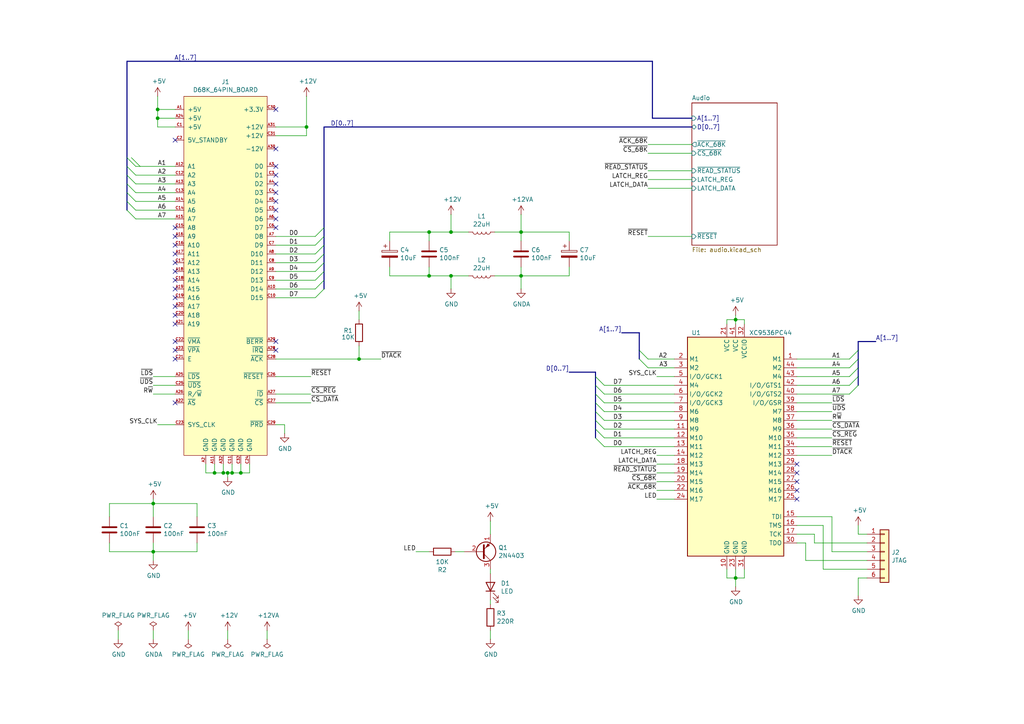
<source format=kicad_sch>
(kicad_sch (version 20231120) (generator "eeschema") (generator_version "8.0")
  (paper "A4")
  (title_block (title "Y Ddraig YM2151 and MSM6258 audio card") (rev "1"))
  (lib_symbols
    (symbol "Connector_Generic:Conn_01x06" (pin_names (offset 1.016) hide)
      (property "Reference" "J" (at 0 7.62 0))
      (property "Value" "Conn_01x06" (at 0 -10.16 0))
      (symbol "Conn_01x06_1_1"
        (rectangle (start -1.27 -7.493) (end 0 -7.747) (stroke (width 0.1524)))
        (rectangle (start -1.27 -4.953) (end 0 -5.207) (stroke (width 0.1524)))
        (rectangle (start -1.27 -2.413) (end 0 -2.667) (stroke (width 0.1524)))
        (rectangle (start -1.27 0.127) (end 0 -0.127) (stroke (width 0.1524)))
        (rectangle (start -1.27 2.667) (end 0 2.413) (stroke (width 0.1524)))
        (rectangle (start -1.27 5.207) (end 0 4.953) (stroke (width 0.1524)))
        (rectangle (start -1.27 6.35) (end 1.27 -8.89) (stroke (width 0.254)) (fill (type background)))
        (pin passive line (at -5.08 5.08 0) (length 3.81) (name "Pin_1") (number "1"))
        (pin passive line (at -5.08 2.54 0) (length 3.81) (name "Pin_2") (number "2"))
        (pin passive line (at -5.08 0 0) (length 3.81) (name "Pin_3") (number "3"))
        (pin passive line (at -5.08 -2.54 0) (length 3.81) (name "Pin_4") (number "4"))
        (pin passive line (at -5.08 -5.08 0) (length 3.81) (name "Pin_5") (number "5"))
        (pin passive line (at -5.08 -7.62 0) (length 3.81) (name "Pin_6") (number "6"))
      )
    )
    (symbol "Ddraig:D68K_64PIN_BOARD" (pin_names (offset 1.016))
      (property "Reference" "J" (at -11.43 53.34 0))
      (property "Value" "D68K_64PIN_BOARD" (at -2.54 50.8 0))
      (symbol "D68K_64PIN_BOARD_0_1"
        (rectangle (start -12.7 48.26) (end 11.43 -55.88) (fill (type background)))
      )
      (symbol "D68K_64PIN_BOARD_1_1"
        (pin power_in line (at -15.24 44.45 0) (length 2.54) (name "+5V") (number "A1"))
        (pin bidirectional line (at 13.97 -7.62 180) (length 2.54) (name "D14") (number "A10"))
        (pin power_in line (at -3.81 -58.42 90) (length 2.54) (name "GND") (number "A11"))
        (pin output line (at -15.24 27.94 0) (length 2.54) (name "A1") (number "A12"))
        (pin output line (at -15.24 22.86 0) (length 2.54) (name "A3") (number "A13"))
        (pin output line (at -15.24 17.78 0) (length 2.54) (name "A5") (number "A14"))
        (pin output line (at -15.24 12.7 0) (length 2.54) (name "A7") (number "A15"))
        (pin output line (at -15.24 7.62 0) (length 2.54) (name "A9") (number "A16"))
        (pin output line (at -15.24 2.54 0) (length 2.54) (name "A11") (number "A17"))
        (pin output line (at -15.24 -2.54 0) (length 2.54) (name "A13") (number "A18"))
        (pin output line (at -15.24 -7.62 0) (length 2.54) (name "A15") (number "A19"))
        (pin power_in line (at -6.35 -58.42 90) (length 2.54) (name "GND") (number "A2"))
        (pin output line (at -15.24 -12.7 0) (length 2.54) (name "A17") (number "A20"))
        (pin output line (at -15.24 -17.78 0) (length 2.54) (name "A19") (number "A21"))
        (pin output line (at -15.24 -40.64 0) (length 2.54) (name "~{AS}") (number "A22"))
        (pin output line (at -15.24 -25.4 0) (length 2.54) (name "~{VPA}") (number "A23"))
        (pin power_in line (at -15.24 41.91 0) (length 2.54) (name "+5V") (number "A24"))
        (pin output line (at -15.24 -33.02 0) (length 2.54) (name "~{LDS}") (number "A25"))
        (pin output line (at -15.24 -38.1 0) (length 2.54) (name "R/~{W}") (number "A26"))
        (pin output line (at 13.97 -38.1 180) (length 2.54) (name "~{ID}") (number "A27"))
        (pin input line (at 13.97 -25.4 180) (length 2.54) (name "~{IRQ}") (number "A28"))
        (pin input line (at 13.97 -22.86 180) (length 2.54) (name "~{BERR}") (number "A29"))
        (pin bidirectional line (at 13.97 27.94 180) (length 2.54) (name "D0") (number "A3"))
        (pin power_in line (at 13.97 33.02 180) (length 2.54) (name "-12V") (number "A30"))
        (pin power_in line (at 13.97 39.37 180) (length 2.54) (name "+12V") (number "A31"))
        (pin power_in line (at -1.27 -58.42 90) (length 2.54) (name "GND") (number "A32"))
        (pin bidirectional line (at 13.97 22.86 180) (length 2.54) (name "D2") (number "A4"))
        (pin bidirectional line (at 13.97 17.78 180) (length 2.54) (name "D4") (number "A5"))
        (pin bidirectional line (at 13.97 12.7 180) (length 2.54) (name "D6") (number "A6"))
        (pin bidirectional line (at 13.97 7.62 180) (length 2.54) (name "D8") (number "A7"))
        (pin bidirectional line (at 13.97 2.54 180) (length 2.54) (name "D10") (number "A8"))
        (pin bidirectional line (at 13.97 -2.54 180) (length 2.54) (name "D12") (number "A9"))
        (pin power_in line (at -15.24 39.37 0) (length 2.54) (name "+5V") (number "C1"))
        (pin bidirectional line (at 13.97 -10.16 180) (length 2.54) (name "D15") (number "C10"))
        (pin power_in line (at 1.27 -58.42 90) (length 2.54) (name "GND") (number "C11"))
        (pin output line (at -15.24 25.4 0) (length 2.54) (name "A2") (number "C12"))
        (pin output line (at -15.24 20.32 0) (length 2.54) (name "A4") (number "C13"))
        (pin output line (at -15.24 15.24 0) (length 2.54) (name "A6") (number "C14"))
        (pin output line (at -15.24 10.16 0) (length 2.54) (name "A8") (number "C15"))
        (pin output line (at -15.24 5.08 0) (length 2.54) (name "A10") (number "C16"))
        (pin output line (at -15.24 0 0) (length 2.54) (name "A12") (number "C17"))
        (pin output line (at -15.24 -5.08 0) (length 2.54) (name "A14") (number "C18"))
        (pin output line (at -15.24 -10.16 0) (length 2.54) (name "A16") (number "C19"))
        (pin power_in line (at -15.24 35.56 0) (length 2.54) (name "5V_STANDBY") (number "C2"))
        (pin output line (at -15.24 -15.24 0) (length 2.54) (name "A18") (number "C20"))
        (pin output line (at -15.24 -27.94 0) (length 2.54) (name "E") (number "C21"))
        (pin output line (at -15.24 -22.86 0) (length 2.54) (name "~{VMA}") (number "C22"))
        (pin output line (at -15.24 -46.99 0) (length 2.54) (name "SYS_CLK") (number "C23"))
        (pin power_in line (at 6.35 -58.42 90) (length 2.54) (name "GND") (number "C24"))
        (pin output line (at -15.24 -35.56 0) (length 2.54) (name "~{UDS}") (number "C25"))
        (pin output line (at 13.97 -33.02 180) (length 2.54) (name "~{RESET}") (number "C26"))
        (pin output line (at 13.97 -40.64 180) (length 2.54) (name "~{CS}") (number "C27"))
        (pin input line (at 13.97 -27.94 180) (length 2.54) (name "~{ACK}") (number "C28"))
        (pin passive line (at 13.97 -46.99 180) (length 2.54) (name "~{PRD}") (number "C29"))
        (pin bidirectional line (at 13.97 25.4 180) (length 2.54) (name "D1") (number "C3"))
        (pin power_in line (at 13.97 44.45 180) (length 2.54) (name "+3.3V") (number "C30"))
        (pin power_in line (at 13.97 36.83 180) (length 2.54) (name "+12V") (number "C31"))
        (pin power_in line (at 3.81 -58.42 90) (length 2.54) (name "GND") (number "C32"))
        (pin bidirectional line (at 13.97 20.32 180) (length 2.54) (name "D3") (number "C4"))
        (pin bidirectional line (at 13.97 15.24 180) (length 2.54) (name "D5") (number "C5"))
        (pin bidirectional line (at 13.97 10.16 180) (length 2.54) (name "D7") (number "C6"))
        (pin bidirectional line (at 13.97 5.08 180) (length 2.54) (name "D9") (number "C7"))
        (pin bidirectional line (at 13.97 0 180) (length 2.54) (name "D11") (number "C8"))
        (pin bidirectional line (at 13.97 -5.08 180) (length 2.54) (name "D13") (number "C9"))
      )
    )
    (symbol "Ddraig:XC9536PC44"
      (property "Reference" "U" (at -13.97 33.02 0))
      (property "Value" "XC9536PC44" (at -13.97 -33.02 0))
      (symbol "XC9536PC44_1_1"
        (rectangle (start -13.97 31.75) (end 13.97 -31.75) (stroke (width 0.254)) (fill (type background)))
        (pin bidirectional line (at 17.78 25.4 180) (length 3.81) (name "M1") (number "1"))
        (pin power_in line (at -2.54 -35.56 90) (length 3.81) (name "GND") (number "10"))
        (pin bidirectional line (at -17.78 5.08 0) (length 3.81) (name "M9") (number "11"))
        (pin bidirectional line (at -17.78 2.54 0) (length 3.81) (name "M10") (number "12"))
        (pin bidirectional line (at -17.78 0 0) (length 3.81) (name "M11") (number "13"))
        (pin bidirectional line (at -17.78 -2.54 0) (length 3.81) (name "M12") (number "14"))
        (pin input line (at 17.78 -20.32 180) (length 3.81) (name "TDI") (number "15"))
        (pin input line (at 17.78 -22.86 180) (length 3.81) (name "TMS") (number "16"))
        (pin input line (at 17.78 -25.4 180) (length 3.81) (name "TCK") (number "17"))
        (pin bidirectional line (at -17.78 -5.08 0) (length 3.81) (name "M13") (number "18"))
        (pin bidirectional line (at -17.78 -7.62 0) (length 3.81) (name "M14") (number "19"))
        (pin bidirectional line (at -17.78 25.4 0) (length 3.81) (name "M1") (number "2"))
        (pin bidirectional line (at -17.78 -10.16 0) (length 3.81) (name "M15") (number "20"))
        (pin power_in line (at -2.54 35.56 270) (length 3.81) (name "VCC") (number "21"))
        (pin bidirectional line (at -17.78 -12.7 0) (length 3.81) (name "M16") (number "22"))
        (pin power_in line (at 0 -35.56 90) (length 3.81) (name "GND") (number "23"))
        (pin bidirectional line (at -17.78 -15.24 0) (length 3.81) (name "M17") (number "24"))
        (pin bidirectional line (at 17.78 -15.24 180) (length 3.81) (name "M17") (number "25"))
        (pin bidirectional line (at 17.78 -12.7 180) (length 3.81) (name "M16") (number "26"))
        (pin bidirectional line (at 17.78 -10.16 180) (length 3.81) (name "M15") (number "27"))
        (pin bidirectional line (at 17.78 -7.62 180) (length 3.81) (name "M14") (number "28"))
        (pin bidirectional line (at 17.78 -5.08 180) (length 3.81) (name "M13") (number "29"))
        (pin bidirectional line (at -17.78 22.86 0) (length 3.81) (name "M2") (number "3"))
        (pin output line (at 17.78 -27.94 180) (length 3.81) (name "TDO") (number "30"))
        (pin power_in line (at 2.54 -35.56 90) (length 3.81) (name "GND") (number "31"))
        (pin power_in line (at 2.54 35.56 270) (length 3.81) (name "VCCIO") (number "32"))
        (pin bidirectional line (at 17.78 -2.54 180) (length 3.81) (name "M12") (number "33"))
        (pin bidirectional line (at 17.78 0 180) (length 3.81) (name "M11") (number "34"))
        (pin bidirectional line (at 17.78 2.54 180) (length 3.81) (name "M10") (number "35"))
        (pin bidirectional line (at 17.78 5.08 180) (length 3.81) (name "M9") (number "36"))
        (pin bidirectional line (at 17.78 7.62 180) (length 3.81) (name "M8") (number "37"))
        (pin bidirectional line (at 17.78 10.16 180) (length 3.81) (name "M7") (number "38"))
        (pin bidirectional line (at 17.78 12.7 180) (length 3.81) (name "I/O/GSR") (number "39"))
        (pin bidirectional line (at -17.78 17.78 0) (length 3.81) (name "M4") (number "4"))
        (pin bidirectional line (at 17.78 15.24 180) (length 3.81) (name "I/O/GTS2") (number "40"))
        (pin power_in line (at 0 35.56 270) (length 3.81) (name "VCC") (number "41"))
        (pin bidirectional line (at 17.78 17.78 180) (length 3.81) (name "I/O/GTS1") (number "42"))
        (pin bidirectional line (at 17.78 20.32 180) (length 3.81) (name "M4") (number "43"))
        (pin bidirectional line (at 17.78 22.86 180) (length 3.81) (name "M2") (number "44"))
        (pin bidirectional line (at -17.78 20.32 0) (length 3.81) (name "I/O/GCK1") (number "5"))
        (pin bidirectional line (at -17.78 15.24 0) (length 3.81) (name "I/O/GCK2") (number "6"))
        (pin bidirectional line (at -17.78 12.7 0) (length 3.81) (name "I/O/GCK3") (number "7"))
        (pin bidirectional line (at -17.78 10.16 0) (length 3.81) (name "M6") (number "8"))
        (pin bidirectional line (at -17.78 7.62 0) (length 3.81) (name "M8") (number "9"))
      )
    )
    (symbol "Device:C" (pin_numbers hide) (pin_names (offset 0.254))
      (property "Reference" "C" (at 0.635 2.54 0))
      (property "Value" "C" (at 0.635 -2.54 0))
      (symbol "C_0_1"
        (polyline (pts (xy -2.032 -0.762) (xy 2.032 -0.762)) (stroke (width 0.508)))
        (polyline (pts (xy -2.032 0.762) (xy 2.032 0.762)) (stroke (width 0.508)))
      )
      (symbol "C_1_1"
        (pin passive line (at 0 3.81 270) (length 2.794) (name "~") (number "1"))
        (pin passive line (at 0 -3.81 90) (length 2.794) (name "~") (number "2"))
      )
    )
    (symbol "Device:C_Polarized" (pin_numbers hide) (pin_names (offset 0.254))
      (property "Reference" "C" (at 0.635 2.54 0))
      (property "Value" "C_Polarized" (at 0.635 -2.54 0))
      (symbol "C_Polarized_0_1"
        (rectangle (start -2.286 0.508) (end 2.286 1.016))
        (polyline (pts (xy -1.778 2.286) (xy -0.762 2.286)))
        (polyline (pts (xy -1.27 2.794) (xy -1.27 1.778)))
        (rectangle (start 2.286 -0.508) (end -2.286 -1.016) (fill (type outline)))
      )
      (symbol "C_Polarized_1_1"
        (pin passive line (at 0 3.81 270) (length 2.794) (name "~") (number "1"))
        (pin passive line (at 0 -3.81 90) (length 2.794) (name "~") (number "2"))
      )
    )
    (symbol "Device:L" (pin_numbers hide) (pin_names (offset 1.016) hide)
      (property "Reference" "L" (at -1.27 0 90))
      (property "Value" "L" (at 1.905 0 90))
      (symbol "L_0_1"
        (arc (start 0 -2.54) (mid 0.6323 -1.905) (end 0 -1.27))
        (arc (start 0 -1.27) (mid 0.6323 -0.635) (end 0 0))
        (arc (start 0 0) (mid 0.6323 0.635) (end 0 1.27))
        (arc (start 0 1.27) (mid 0.6323 1.905) (end 0 2.54))
      )
      (symbol "L_1_1"
        (pin passive line (at 0 3.81 270) (length 1.27) (name "1") (number "1"))
        (pin passive line (at 0 -3.81 90) (length 1.27) (name "2") (number "2"))
      )
    )
    (symbol "Device:LED" (pin_numbers hide) (pin_names (offset 1.016) hide)
      (property "Reference" "D" (at 0 2.54 0))
      (property "Value" "LED" (at 0 -2.54 0))
      (symbol "LED_0_1"
        (polyline (pts (xy -1.27 -1.27) (xy -1.27 1.27)) (stroke (width 0.254)))
        (polyline (pts (xy -1.27 0) (xy 1.27 0)))
        (polyline (pts (xy 1.27 -1.27) (xy 1.27 1.27) (xy -1.27 0) (xy 1.27 -1.27)) (stroke (width 0.254)))
        (polyline (pts (xy -3.048 -0.762) (xy -4.572 -2.286) (xy -3.81 -2.286) (xy -4.572 -2.286) (xy -4.572 -1.524)))
        (polyline (pts (xy -1.778 -0.762) (xy -3.302 -2.286) (xy -2.54 -2.286) (xy -3.302 -2.286) (xy -3.302 -1.524)))
      )
      (symbol "LED_1_1"
        (pin passive line (at -3.81 0 0) (length 2.54) (name "K") (number "1"))
        (pin passive line (at 3.81 0 180) (length 2.54) (name "A") (number "2"))
      )
    )
    (symbol "Device:Q_PNP_EBC" (pin_names (offset 0) hide)
      (property "Reference" "Q" (at 5.08 1.27 0))
      (property "Value" "Q_PNP_EBC" (at 5.08 -1.27 0))
      (symbol "Q_PNP_EBC_0_1"
        (polyline (pts (xy 0.635 0.635) (xy 2.54 2.54)))
        (polyline (pts (xy 0.635 -0.635) (xy 2.54 -2.54) (xy 2.54 -2.54)))
        (polyline (pts (xy 0.635 1.905) (xy 0.635 -1.905) (xy 0.635 -1.905)) (stroke (width 0.508)))
        (polyline (pts (xy 2.286 -1.778) (xy 1.778 -2.286) (xy 1.27 -1.27) (xy 2.286 -1.778) (xy 2.286 -1.778)) (fill (type outline)))
        (circle (center 1.27 0) (radius 2.8194) (stroke (width 0.254)))
      )
      (symbol "Q_PNP_EBC_1_1"
        (pin passive line (at 2.54 -5.08 90) (length 2.54) (name "E") (number "1"))
        (pin input line (at -5.08 0 0) (length 5.715) (name "B") (number "2"))
        (pin passive line (at 2.54 5.08 270) (length 2.54) (name "C") (number "3"))
      )
    )
    (symbol "Device:R" (pin_numbers hide) (pin_names (offset 0))
      (property "Reference" "R" (at 2.032 0 90))
      (property "Value" "R" (at 0 0 90))
      (symbol "R_0_1"
        (rectangle (start -1.016 -2.54) (end 1.016 2.54) (stroke (width 0.254)))
      )
      (symbol "R_1_1"
        (pin passive line (at 0 3.81 270) (length 1.27) (name "~") (number "1"))
        (pin passive line (at 0 -3.81 90) (length 1.27) (name "~") (number "2"))
      )
    )
    (symbol "power:+12V" (power) (pin_numbers hide) (pin_names (offset 0) hide)
      (property "Value" "+12V" (at 0 3.556 0))
      (symbol "+12V_0_1"
        (polyline (pts (xy -0.762 1.27) (xy 0 2.54)))
        (polyline (pts (xy 0 0) (xy 0 2.54)))
        (polyline (pts (xy 0 2.54) (xy 0.762 1.27)))
      )
      (symbol "+12V_1_1"
        (pin power_in line (at 0 0 90) (length 0) (name "~") (number "1"))
      )
    )
    (symbol "power:+12VA" (power) (pin_numbers hide) (pin_names (offset 0) hide)
      (property "Value" "+12VA" (at 0 3.556 0))
      (symbol "+12VA_0_1"
        (polyline (pts (xy -0.762 1.27) (xy 0 2.54)))
        (polyline (pts (xy 0 0) (xy 0 2.54)))
        (polyline (pts (xy 0 2.54) (xy 0.762 1.27)))
      )
      (symbol "+12VA_1_1"
        (pin power_in line (at 0 0 90) (length 0) (name "~") (number "1"))
      )
    )
    (symbol "power:+5V" (power) (pin_numbers hide) (pin_names (offset 0) hide)
      (property "Value" "+5V" (at 0 3.556 0))
      (symbol "+5V_0_1"
        (polyline (pts (xy -0.762 1.27) (xy 0 2.54)))
        (polyline (pts (xy 0 0) (xy 0 2.54)))
        (polyline (pts (xy 0 2.54) (xy 0.762 1.27)))
      )
      (symbol "+5V_1_1"
        (pin power_in line (at 0 0 90) (length 0) (name "~") (number "1"))
      )
    )
    (symbol "power:GND" (power) (pin_numbers hide) (pin_names (offset 0) hide)
      (property "Value" "GND" (at 0 -3.81 0))
      (symbol "GND_0_1"
        (polyline (pts (xy 0 0) (xy 0 -1.27) (xy 1.27 -1.27) (xy 0 -2.54) (xy -1.27 -1.27) (xy 0 -1.27)))
      )
      (symbol "GND_1_1"
        (pin power_in line (at 0 0 270) (length 0) (name "~") (number "1"))
      )
    )
    (symbol "power:GNDA" (power) (pin_numbers hide) (pin_names (offset 0) hide)
      (property "Value" "GNDA" (at 0 -3.81 0))
      (symbol "GNDA_0_1"
        (polyline (pts (xy 0 0) (xy 0 -1.27) (xy 1.27 -1.27) (xy 0 -2.54) (xy -1.27 -1.27) (xy 0 -1.27)))
      )
      (symbol "GNDA_1_1"
        (pin power_in line (at 0 0 270) (length 0) (name "~") (number "1"))
      )
    )
    (symbol "power:PWR_FLAG" (power) (pin_numbers hide) (pin_names (offset 0) hide)
      (property "Value" "PWR_FLAG" (at 0 3.81 0))
      (symbol "PWR_FLAG_0_0"
        (pin power_out line (at 0 0 90) (length 0) (name "~") (number "1"))
      )
      (symbol "PWR_FLAG_0_1"
        (polyline (pts (xy 0 0) (xy 0 1.27) (xy -1.016 1.905) (xy 0 2.54) (xy 1.016 1.905) (xy 0 1.27)))
      )
    )
  )
  (junction (at 124.46 80.01))
  (junction (at 130.81 67.31))
  (junction (at 130.81 80.01))
  (junction (at 44.45 146.05))
  (junction (at 151.13 67.31))
  (junction (at 66.04 137.16))
  (junction (at 151.13 80.01))
  (junction (at 88.9 36.83))
  (junction (at 67.31 137.16))
  (junction (at 124.46 67.31))
  (junction (at 104.14 104.14))
  (junction (at 45.72 31.75))
  (junction (at 213.36 92.71))
  (junction (at 69.85 137.16))
  (junction (at 213.36 167.64))
  (junction (at 64.77 137.16))
  (junction (at 45.72 34.29))
  (junction (at 44.45 160.02))
  (junction (at 62.23 137.16))
  (no_connect (at 50.8 71.12))
  (no_connect (at 80.01 63.5))
  (no_connect (at 50.8 93.98))
  (no_connect (at 80.01 43.18))
  (no_connect (at 80.01 60.96))
  (no_connect (at 231.14 134.62))
  (no_connect (at 80.01 55.88))
  (no_connect (at 231.14 144.78))
  (no_connect (at 50.8 88.9))
  (no_connect (at 80.01 66.04))
  (no_connect (at 50.8 83.82))
  (no_connect (at 231.14 142.24))
  (no_connect (at 50.8 68.58))
  (no_connect (at 50.8 76.2))
  (no_connect (at 50.8 116.84))
  (no_connect (at 80.01 53.34))
  (no_connect (at 50.8 81.28))
  (no_connect (at 80.01 58.42))
  (no_connect (at 50.8 91.44))
  (no_connect (at 50.8 101.6))
  (no_connect (at 50.8 78.74))
  (no_connect (at 50.8 66.04))
  (no_connect (at 231.14 139.7))
  (no_connect (at 50.8 104.14))
  (no_connect (at 50.8 99.06))
  (no_connect (at 80.01 48.26))
  (no_connect (at 80.01 50.8))
  (no_connect (at 80.01 99.06))
  (no_connect (at 50.8 86.36))
  (no_connect (at 80.01 31.75))
  (no_connect (at 50.8 73.66))
  (no_connect (at 231.14 137.16))
  (no_connect (at 80.01 101.6))
  (no_connect (at 50.8 40.64))
  (bus_entry (at 248.92 111.76) (size -2.54 2.54))
  (bus_entry (at 38.1 45.72) (size 2.54 2.54))
  (bus_entry (at 172.72 111.76) (size 2.54 2.54))
  (bus_entry (at 36.83 58.42) (size 2.54 2.54))
  (bus_entry (at 93.98 66.04) (size -2.54 2.54))
  (bus_entry (at 185.42 101.6) (size 2.54 2.54))
  (bus_entry (at 172.72 109.22) (size 2.54 2.54))
  (bus_entry (at 93.98 68.58) (size -2.54 2.54))
  (bus_entry (at 93.98 78.74) (size -2.54 2.54))
  (bus_entry (at 36.83 53.34) (size 2.54 2.54))
  (bus_entry (at 36.83 45.72) (size 2.54 2.54))
  (bus_entry (at 172.72 124.46) (size 2.54 2.54))
  (bus_entry (at 172.72 119.38) (size 2.54 2.54))
  (bus_entry (at 185.42 104.14) (size 2.54 2.54))
  (bus_entry (at 93.98 81.28) (size -2.54 2.54))
  (bus_entry (at 172.72 114.3) (size 2.54 2.54))
  (bus_entry (at 36.83 55.88) (size 2.54 2.54))
  (bus_entry (at 36.83 50.8) (size 2.54 2.54))
  (bus_entry (at 93.98 83.82) (size -2.54 2.54))
  (bus_entry (at 36.83 60.96) (size 2.54 2.54))
  (bus_entry (at 248.92 106.68) (size -2.54 2.54))
  (bus_entry (at 248.92 104.14) (size -2.54 2.54))
  (bus_entry (at 248.92 101.6) (size -2.54 2.54))
  (bus_entry (at 36.83 48.26) (size 2.54 2.54))
  (bus_entry (at 248.92 109.22) (size -2.54 2.54))
  (bus_entry (at 93.98 76.2) (size -2.54 2.54))
  (bus_entry (at 172.72 116.84) (size 2.54 2.54))
  (bus_entry (at 93.98 71.12) (size -2.54 2.54))
  (bus_entry (at 172.72 127) (size 2.54 2.54))
  (bus_entry (at 172.72 121.92) (size 2.54 2.54))
  (bus_entry (at 93.98 73.66) (size -2.54 2.54))
  (wire (pts (xy 233.68 162.56) (xy 251.46 162.56)))
  (wire (pts (xy 90.17 114.3) (xy 80.01 114.3)))
  (wire (pts (xy 39.37 53.34) (xy 50.8 53.34)))
  (wire (pts (xy 215.9 92.71) (xy 215.9 93.98)))
  (bus (pts (xy 36.83 17.78) (xy 36.83 45.72)))
  (wire (pts (xy 80.01 109.22) (xy 90.17 109.22)))
  (wire (pts (xy 66.04 138.43) (xy 66.04 137.16)))
  (wire (pts (xy 190.5 142.24) (xy 195.58 142.24)))
  (wire (pts (xy 151.13 80.01) (xy 165.1 80.01)))
  (bus (pts (xy 248.92 109.22) (xy 248.92 106.68)))
  (wire (pts (xy 195.58 127) (xy 175.26 127)))
  (wire (pts (xy 251.46 157.48) (xy 236.22 157.48)))
  (wire (pts (xy 31.75 160.02) (xy 44.45 160.02)))
  (wire (pts (xy 39.37 58.42) (xy 50.8 58.42)))
  (wire (pts (xy 104.14 104.14) (xy 110.49 104.14)))
  (wire (pts (xy 120.65 160.02) (xy 124.46 160.02)))
  (wire (pts (xy 124.46 80.01) (xy 130.81 80.01)))
  (wire (pts (xy 233.68 157.48) (xy 231.14 157.48)))
  (wire (pts (xy 195.58 124.46) (xy 175.26 124.46)))
  (wire (pts (xy 210.82 167.64) (xy 213.36 167.64)))
  (wire (pts (xy 88.9 36.83) (xy 88.9 27.94)))
  (wire (pts (xy 44.45 160.02) (xy 44.45 162.56)))
  (wire (pts (xy 50.8 34.29) (xy 45.72 34.29)))
  (wire (pts (xy 69.85 134.62) (xy 69.85 137.16)))
  (wire (pts (xy 130.81 83.82) (xy 130.81 80.01)))
  (wire (pts (xy 45.72 31.75) (xy 45.72 27.94)))
  (wire (pts (xy 130.81 67.31) (xy 124.46 67.31)))
  (wire (pts (xy 200.66 41.91) (xy 187.96 41.91)))
  (wire (pts (xy 80.01 73.66) (xy 91.44 73.66)))
  (bus (pts (xy 248.92 104.14) (xy 248.92 101.6)))
  (wire (pts (xy 248.92 154.94) (xy 251.46 154.94)))
  (wire (pts (xy 195.58 119.38) (xy 175.26 119.38)))
  (wire (pts (xy 200.66 68.58) (xy 187.96 68.58)))
  (bus (pts (xy 172.72 111.76) (xy 172.72 114.3)))
  (wire (pts (xy 31.75 160.02) (xy 31.75 157.48)))
  (wire (pts (xy 231.14 106.68) (xy 246.38 106.68)))
  (wire (pts (xy 231.14 109.22) (xy 246.38 109.22)))
  (wire (pts (xy 67.31 137.16) (xy 69.85 137.16)))
  (wire (pts (xy 213.36 165.1) (xy 213.36 167.64)))
  (wire (pts (xy 213.36 167.64) (xy 215.9 167.64)))
  (bus (pts (xy 93.98 36.83) (xy 93.98 66.04)))
  (wire (pts (xy 241.3 149.86) (xy 241.3 160.02)))
  (wire (pts (xy 57.15 146.05) (xy 57.15 149.86)))
  (bus (pts (xy 93.98 78.74) (xy 93.98 81.28)))
  (wire (pts (xy 195.58 116.84) (xy 175.26 116.84)))
  (wire (pts (xy 134.62 160.02) (xy 132.08 160.02)))
  (wire (pts (xy 195.58 114.3) (xy 175.26 114.3)))
  (wire (pts (xy 195.58 111.76) (xy 175.26 111.76)))
  (wire (pts (xy 238.76 165.1) (xy 238.76 152.4)))
  (bus (pts (xy 93.98 36.83) (xy 200.66 36.83)))
  (bus (pts (xy 172.72 121.92) (xy 172.72 124.46)))
  (wire (pts (xy 200.66 54.61) (xy 187.96 54.61)))
  (wire (pts (xy 113.03 67.31) (xy 113.03 69.85)))
  (bus (pts (xy 172.72 124.46) (xy 172.72 127)))
  (wire (pts (xy 39.37 63.5) (xy 50.8 63.5)))
  (wire (pts (xy 44.45 185.42) (xy 44.45 182.88)))
  (wire (pts (xy 251.46 160.02) (xy 241.3 160.02)))
  (wire (pts (xy 142.24 173.99) (xy 142.24 175.26)))
  (wire (pts (xy 77.47 182.88) (xy 77.47 185.42)))
  (wire (pts (xy 124.46 77.47) (xy 124.46 80.01)))
  (wire (pts (xy 231.14 111.76) (xy 246.38 111.76)))
  (bus (pts (xy 180.34 96.52) (xy 185.42 96.52)))
  (wire (pts (xy 231.14 104.14) (xy 246.38 104.14)))
  (wire (pts (xy 248.92 152.4) (xy 248.92 154.94)))
  (wire (pts (xy 44.45 146.05) (xy 31.75 146.05)))
  (wire (pts (xy 130.81 67.31) (xy 135.89 67.31)))
  (bus (pts (xy 172.72 114.3) (xy 172.72 116.84)))
  (wire (pts (xy 72.39 137.16) (xy 72.39 134.62)))
  (wire (pts (xy 31.75 146.05) (xy 31.75 149.86)))
  (wire (pts (xy 80.01 104.14) (xy 104.14 104.14)))
  (wire (pts (xy 44.45 146.05) (xy 44.45 149.86)))
  (bus (pts (xy 248.92 99.06) (xy 248.92 101.6)))
  (wire (pts (xy 44.45 144.78) (xy 44.45 146.05)))
  (wire (pts (xy 44.45 160.02) (xy 57.15 160.02)))
  (wire (pts (xy 62.23 134.62) (xy 62.23 137.16)))
  (wire (pts (xy 151.13 77.47) (xy 151.13 80.01)))
  (bus (pts (xy 185.42 96.52) (xy 185.42 101.6)))
  (bus (pts (xy 36.83 58.42) (xy 36.83 60.96)))
  (wire (pts (xy 190.5 109.22) (xy 195.58 109.22)))
  (bus (pts (xy 93.98 71.12) (xy 93.98 73.66)))
  (bus (pts (xy 172.72 116.84) (xy 172.72 119.38)))
  (wire (pts (xy 200.66 52.07) (xy 187.96 52.07)))
  (wire (pts (xy 45.72 36.83) (xy 45.72 34.29)))
  (wire (pts (xy 213.36 92.71) (xy 215.9 92.71)))
  (wire (pts (xy 143.51 67.31) (xy 151.13 67.31)))
  (wire (pts (xy 50.8 123.19) (xy 45.72 123.19)))
  (wire (pts (xy 213.36 91.44) (xy 213.36 92.71)))
  (bus (pts (xy 189.23 17.78) (xy 189.23 34.29)))
  (wire (pts (xy 210.82 165.1) (xy 210.82 167.64)))
  (wire (pts (xy 231.14 127) (xy 241.3 127)))
  (wire (pts (xy 40.64 48.26) (xy 50.8 48.26)))
  (bus (pts (xy 248.92 99.06) (xy 254 99.06)))
  (wire (pts (xy 231.14 116.84) (xy 241.3 116.84)))
  (wire (pts (xy 39.37 55.88) (xy 50.8 55.88)))
  (wire (pts (xy 236.22 154.94) (xy 231.14 154.94)))
  (wire (pts (xy 50.8 111.76) (xy 44.45 111.76)))
  (wire (pts (xy 248.92 172.72) (xy 248.92 167.64)))
  (wire (pts (xy 113.03 80.01) (xy 124.46 80.01)))
  (wire (pts (xy 190.5 132.08) (xy 195.58 132.08)))
  (wire (pts (xy 80.01 71.12) (xy 91.44 71.12)))
  (wire (pts (xy 124.46 67.31) (xy 124.46 69.85)))
  (wire (pts (xy 80.01 116.84) (xy 90.17 116.84)))
  (wire (pts (xy 190.5 139.7) (xy 195.58 139.7)))
  (wire (pts (xy 124.46 67.31) (xy 113.03 67.31)))
  (bus (pts (xy 185.42 101.6) (xy 185.42 104.14)))
  (wire (pts (xy 104.14 104.14) (xy 104.14 100.33)))
  (wire (pts (xy 82.55 123.19) (xy 80.01 123.19)))
  (bus (pts (xy 36.83 50.8) (xy 36.83 53.34)))
  (wire (pts (xy 215.9 167.64) (xy 215.9 165.1)))
  (wire (pts (xy 34.29 185.42) (xy 34.29 182.88)))
  (bus (pts (xy 172.72 107.95) (xy 165.1 107.95)))
  (wire (pts (xy 80.01 86.36) (xy 91.44 86.36)))
  (bus (pts (xy 248.92 111.76) (xy 248.92 109.22)))
  (wire (pts (xy 57.15 157.48) (xy 57.15 160.02)))
  (wire (pts (xy 50.8 36.83) (xy 45.72 36.83)))
  (wire (pts (xy 165.1 67.31) (xy 165.1 69.85)))
  (wire (pts (xy 213.36 92.71) (xy 213.36 93.98)))
  (wire (pts (xy 151.13 62.23) (xy 151.13 67.31)))
  (wire (pts (xy 231.14 132.08) (xy 241.3 132.08)))
  (bus (pts (xy 172.72 119.38) (xy 172.72 121.92)))
  (wire (pts (xy 64.77 137.16) (xy 66.04 137.16)))
  (wire (pts (xy 248.92 167.64) (xy 251.46 167.64)))
  (bus (pts (xy 36.83 45.72) (xy 36.83 48.26)))
  (wire (pts (xy 200.66 44.45) (xy 187.96 44.45)))
  (bus (pts (xy 93.98 81.28) (xy 93.98 83.82)))
  (wire (pts (xy 80.01 76.2) (xy 91.44 76.2)))
  (wire (pts (xy 130.81 62.23) (xy 130.81 67.31)))
  (wire (pts (xy 50.8 31.75) (xy 45.72 31.75)))
  (wire (pts (xy 233.68 162.56) (xy 233.68 157.48)))
  (bus (pts (xy 248.92 106.68) (xy 248.92 104.14)))
  (wire (pts (xy 187.96 104.14) (xy 195.58 104.14)))
  (wire (pts (xy 165.1 80.01) (xy 165.1 77.47)))
  (bus (pts (xy 36.83 55.88) (xy 36.83 58.42)))
  (wire (pts (xy 44.45 109.22) (xy 50.8 109.22)))
  (bus (pts (xy 36.83 17.78) (xy 189.23 17.78)))
  (wire (pts (xy 80.01 78.74) (xy 91.44 78.74)))
  (bus (pts (xy 93.98 73.66) (xy 93.98 76.2)))
  (wire (pts (xy 187.96 106.68) (xy 195.58 106.68)))
  (wire (pts (xy 69.85 137.16) (xy 72.39 137.16)))
  (wire (pts (xy 151.13 67.31) (xy 165.1 67.31)))
  (wire (pts (xy 231.14 152.4) (xy 238.76 152.4)))
  (wire (pts (xy 231.14 119.38) (xy 241.3 119.38)))
  (bus (pts (xy 36.83 53.34) (xy 36.83 55.88)))
  (wire (pts (xy 231.14 124.46) (xy 241.3 124.46)))
  (wire (pts (xy 190.5 144.78) (xy 195.58 144.78)))
  (wire (pts (xy 82.55 125.73) (xy 82.55 123.19)))
  (wire (pts (xy 45.72 34.29) (xy 45.72 31.75)))
  (wire (pts (xy 80.01 68.58) (xy 91.44 68.58)))
  (wire (pts (xy 213.36 167.64) (xy 213.36 170.18)))
  (wire (pts (xy 44.45 157.48) (xy 44.45 160.02)))
  (wire (pts (xy 64.77 134.62) (xy 64.77 137.16)))
  (wire (pts (xy 195.58 121.92) (xy 175.26 121.92)))
  (bus (pts (xy 93.98 76.2) (xy 93.98 78.74)))
  (bus (pts (xy 36.83 48.26) (xy 36.83 50.8)))
  (wire (pts (xy 88.9 39.37) (xy 88.9 36.83)))
  (wire (pts (xy 190.5 134.62) (xy 195.58 134.62)))
  (wire (pts (xy 142.24 182.88) (xy 142.24 185.42)))
  (wire (pts (xy 231.14 114.3) (xy 246.38 114.3)))
  (wire (pts (xy 210.82 93.98) (xy 210.82 92.71)))
  (wire (pts (xy 39.37 50.8) (xy 50.8 50.8)))
  (wire (pts (xy 67.31 134.62) (xy 67.31 137.16)))
  (wire (pts (xy 39.37 48.26) (xy 40.64 48.26)))
  (wire (pts (xy 142.24 165.1) (xy 142.24 166.37)))
  (wire (pts (xy 39.37 60.96) (xy 50.8 60.96)))
  (bus (pts (xy 93.98 68.58) (xy 93.98 71.12)))
  (wire (pts (xy 200.66 49.53) (xy 187.96 49.53)))
  (wire (pts (xy 231.14 121.92) (xy 241.3 121.92)))
  (wire (pts (xy 236.22 157.48) (xy 236.22 154.94)))
  (bus (pts (xy 200.66 34.29) (xy 189.23 34.29)))
  (wire (pts (xy 80.01 81.28) (xy 91.44 81.28)))
  (bus (pts (xy 172.72 107.95) (xy 172.72 109.22)))
  (wire (pts (xy 104.14 90.17) (xy 104.14 92.71)))
  (wire (pts (xy 151.13 69.85) (xy 151.13 67.31)))
  (wire (pts (xy 231.14 149.86) (xy 241.3 149.86)))
  (wire (pts (xy 59.69 134.62) (xy 59.69 137.16)))
  (wire (pts (xy 143.51 80.01) (xy 151.13 80.01)))
  (wire (pts (xy 80.01 36.83) (xy 88.9 36.83)))
  (wire (pts (xy 44.45 114.3) (xy 50.8 114.3)))
  (wire (pts (xy 151.13 83.82) (xy 151.13 80.01)))
  (wire (pts (xy 62.23 137.16) (xy 64.77 137.16)))
  (wire (pts (xy 251.46 165.1) (xy 238.76 165.1)))
  (wire (pts (xy 195.58 129.54) (xy 175.26 129.54)))
  (wire (pts (xy 113.03 77.47) (xy 113.03 80.01)))
  (wire (pts (xy 54.61 182.88) (xy 54.61 185.42)))
  (bus (pts (xy 172.72 109.22) (xy 172.72 111.76)))
  (wire (pts (xy 80.01 83.82) (xy 91.44 83.82)))
  (wire (pts (xy 59.69 137.16) (xy 62.23 137.16)))
  (wire (pts (xy 210.82 92.71) (xy 213.36 92.71)))
  (bus (pts (xy 93.98 66.04) (xy 93.98 68.58)))
  (wire (pts (xy 130.81 80.01) (xy 135.89 80.01)))
  (wire (pts (xy 80.01 39.37) (xy 88.9 39.37)))
  (wire (pts (xy 66.04 137.16) (xy 67.31 137.16)))
  (wire (pts (xy 231.14 129.54) (xy 241.3 129.54)))
  (wire (pts (xy 142.24 151.13) (xy 142.24 154.94)))
  (wire (pts (xy 66.04 182.88) (xy 66.04 185.42)))
  (wire (pts (xy 57.15 146.05) (xy 44.45 146.05)))
  (wire (pts (xy 190.5 137.16) (xy 195.58 137.16)))
  (label "A4" (at 241.3 106.68 0))
  (label "~{CS_REG}" (at 241.3 127 0))
  (label "D1" (at 83.82 71.12 0))
  (label "~{LDS}" (at 44.45 109.22 180))
  (label "D[0..7]" (at 165.1 107.95 180))
  (label "D[0..7]" (at 95.885 36.83 0))
  (label "A1" (at 45.72 48.26 0))
  (label "D6" (at 177.8 114.3 0))
  (label "A[1..7]" (at 254 99.06 0))
  (label "A1" (at 241.3 104.14 0))
  (label "D6" (at 83.82 83.82 0))
  (label "LATCH_REG" (at 190.5 132.08 180))
  (label "LED" (at 120.65 160.02 180))
  (label "~{CS_68K}" (at 190.5 139.7 180))
  (label "~{UDS}" (at 241.3 119.38 0))
  (label "R~{W}" (at 241.3 121.92 0))
  (label "R~{W}" (at 44.45 114.3 180))
  (label "D2" (at 177.8 124.46 0))
  (label "D3" (at 177.8 121.92 0))
  (label "A6" (at 241.3 111.76 0))
  (label "D7" (at 83.82 86.36 0))
  (label "~{READ_STATUS}" (at 187.96 49.53 180))
  (label "A5" (at 45.72 58.42 0))
  (label "LATCH_DATA" (at 187.96 54.61 180))
  (label "LATCH_REG" (at 187.96 52.07 180))
  (label "~{RESET}" (at 187.96 68.58 180))
  (label "A5" (at 241.3 109.22 0))
  (label "LATCH_DATA" (at 190.5 134.62 180))
  (label "A[1..7]" (at 57.15 17.78 180))
  (label "~{DTACK}" (at 241.3 132.08 0))
  (label "D4" (at 83.82 78.74 0))
  (label "A7" (at 45.72 63.5 0))
  (label "~{ACK_68K}" (at 187.96 41.91 180))
  (label "A4" (at 45.72 55.88 0))
  (label "D2" (at 83.82 73.66 0))
  (label "SYS_CLK" (at 45.72 123.19 180))
  (label "SYS_CLK" (at 190.5 109.22 180))
  (label "A3" (at 45.72 53.34 0))
  (label "~{CS_DATA}" (at 90.17 116.84 0))
  (label "D4" (at 177.8 119.38 0))
  (label "LED" (at 190.5 144.78 180))
  (label "~{CS_DATA}" (at 241.3 124.46 0))
  (label "D7" (at 177.8 111.76 0))
  (label "~{LDS}" (at 241.3 116.84 0))
  (label "A7" (at 241.3 114.3 0))
  (label "~{READ_STATUS}" (at 190.5 137.16 180))
  (label "~{ACK_68K}" (at 190.5 142.24 180))
  (label "A2" (at 193.548 104.14 180))
  (label "~{RESET}" (at 241.3 129.54 0))
  (label "~{UDS}" (at 44.45 111.76 180))
  (label "A6" (at 45.72 60.96 0))
  (label "D0" (at 83.82 68.58 0))
  (label "D5" (at 83.82 81.28 0))
  (label "A2" (at 45.72 50.8 0))
  (label "A[1..7]" (at 180.34 96.52 180))
  (label "D0" (at 177.8 129.54 0))
  (label "~{CS_68K}" (at 187.96 44.45 180))
  (label "~{RESET}" (at 90.17 109.22 0))
  (label "A3" (at 193.675 106.68 180))
  (label "D3" (at 83.82 76.2 0))
  (label "~{DTACK}" (at 110.49 104.14 0))
  (label "D5" (at 177.8 116.84 0))
  (label "D1" (at 177.8 127 0))
  (label "~{CS_REG}" (at 90.17 114.3 0))
  (symbol (lib_id "Ddraig:D68K_64PIN_BOARD") (at 66.04 76.2 0) (unit 1)
    (property "Reference" "J1" (at 65.405 23.749 0))
    (property "Value" "D68K_64PIN_BOARD" (at 65.405 26.0604 0))
    (property "Footprint" "Ddraig:DIN41612_C_2x32_Male_Horizontal_THT" (effects (hide yes)))
  )
  (symbol (lib_id "power:+5V") (at 45.72 27.94 0) (unit 1)
    (property "Reference" "#PWR05" (effects (hide yes)))
    (property "Value" "+5V" (at 46.101 23.5458 0))
    (property "Description" "Power symbol creates a global label with name \"+5V\"" (effects (hide yes)))
  )
  (symbol (lib_id "power:+12V") (at 88.9 27.94 0) (unit 1)
    (property "Reference" "#PWR012" (effects (hide yes)))
    (property "Value" "+12V" (at 89.281 23.5458 0))
    (property "Description" "Power symbol creates a global label with name \"+12V\"" (effects (hide yes)))
  )
  (symbol (lib_id "power:GND") (at 66.04 138.43 0) (unit 1)
    (property "Reference" "#PWR07" (effects (hide yes)))
    (property "Value" "GND" (at 66.167 142.8242 0))
    (property "Description" "Power symbol creates a global label with name \"GND\" , ground" (effects (hide yes)))
  )
  (symbol (lib_id "power:GND") (at 82.55 125.73 0) (unit 1)
    (property "Reference" "#PWR011" (effects (hide yes)))
    (property "Value" "GND" (at 82.677 130.1242 0))
    (property "Description" "Power symbol creates a global label with name \"GND\" , ground" (effects (hide yes)))
  )
  (symbol (lib_id "power:GNDA") (at 44.45 185.42 0) (unit 1)
    (property "Reference" "#PWR04" (effects (hide yes)))
    (property "Value" "GNDA" (at 44.577 189.8142 0))
    (property "Description" "Power symbol creates a global label with name \"GNDA\" , analog ground" (effects (hide yes)))
  )
  (symbol (lib_id "power:GND") (at 34.29 185.42 0) (unit 1)
    (property "Reference" "#PWR01" (effects (hide yes)))
    (property "Value" "GND" (at 34.417 189.8142 0))
    (property "Description" "Power symbol creates a global label with name \"GND\" , ground" (effects (hide yes)))
  )
  (symbol (lib_id "power:PWR_FLAG") (at 34.29 182.88 0) (unit 1)
    (property "Reference" "#FLG01" (effects (hide yes)))
    (property "Value" "PWR_FLAG" (at 34.29 178.4858 0))
    (property "Description" "Special symbol for telling ERC where power comes from" (effects (hide yes)))
  )
  (symbol (lib_id "power:PWR_FLAG") (at 77.47 185.42 180) (unit 1)
    (property "Reference" "#FLG06" (effects (hide yes)))
    (property "Value" "PWR_FLAG" (at 77.47 189.8142 0))
    (property "Description" "Special symbol for telling ERC where power comes from" (effects (hide yes)))
  )
  (symbol (lib_id "power:+12VA") (at 77.47 182.88 0) (unit 1)
    (property "Reference" "#PWR013" (effects (hide yes)))
    (property "Value" "+12VA" (at 77.851 178.4858 0))
    (property "Description" "Power symbol creates a global label with name \"+12VA\"" (effects (hide yes)))
  )
  (symbol (lib_id "Device:R") (at 128.27 160.02 270) (unit 1)
    (property "Reference" "R2" (at 128.27 165.2778 90))
    (property "Value" "10K" (at 128.27 162.9664 90))
    (property "Footprint" "Resistor_THT:R_Axial_DIN0207_L6.3mm_D2.5mm_P10.16mm_Horizontal" (effects (hide yes)))
  )
  (symbol (lib_id "Device:R") (at 142.24 179.07 0) (unit 1)
    (property "Reference" "R3" (at 144.018 177.9016 0) (effects (justify left)))
    (property "Value" "220R" (at 144.018 180.213 0) (effects (justify left)))
    (property "Footprint" "Resistor_THT:R_Axial_DIN0207_L6.3mm_D2.5mm_P10.16mm_Horizontal" (effects (hide yes)))
  )
  (symbol (lib_id "Device:LED") (at 142.24 170.18 90) (unit 1)
    (property "Reference" "D1" (at 145.2372 169.1894 90) (effects (justify right)))
    (property "Value" "LED" (at 145.2372 171.5008 90) (effects (justify right)))
    (property "Footprint" "LED_THT:LED_D5.0mm" (effects (hide yes)))
  )
  (symbol (lib_id "power:+5V") (at 142.24 151.13 0) (unit 1)
    (property "Reference" "#PWR017" (effects (hide yes)))
    (property "Value" "+5V" (at 142.621 146.7358 0))
    (property "Description" "Power symbol creates a global label with name \"+5V\"" (effects (hide yes)))
  )
  (symbol (lib_id "power:GND") (at 142.24 185.42 0) (unit 1)
    (property "Reference" "#PWR018" (effects (hide yes)))
    (property "Value" "GND" (at 142.367 189.8142 0))
    (property "Description" "Power symbol creates a global label with name \"GND\" , ground" (effects (hide yes)))
  )
  (symbol (lib_id "Device:Q_PNP_EBC") (at 139.7 160.02 0) (mirror x) (unit 1)
    (property "Reference" "Q1" (at 144.526 158.8516 0) (effects (justify left)))
    (property "Value" "2N4403" (at 144.526 161.163 0) (effects (justify left)))
    (property "Footprint" "Package_TO_SOT_THT:TO-92" (effects (hide yes)))
  )
  (symbol (lib_id "Device:C") (at 57.15 153.67 0) (unit 1)
    (property "Reference" "C3" (at 60.071 152.5016 0) (effects (justify left)))
    (property "Value" "100nF" (at 60.071 154.813 0) (effects (justify left)))
    (property "Footprint" "Capacitor_THT:C_Disc_D5.0mm_W2.5mm_P2.50mm" (effects (hide yes)))
  )
  (symbol (lib_id "Device:C") (at 44.45 153.67 0) (unit 1)
    (property "Reference" "C2" (at 47.371 152.5016 0) (effects (justify left)))
    (property "Value" "100nF" (at 47.371 154.813 0) (effects (justify left)))
    (property "Footprint" "Capacitor_THT:C_Disc_D5.0mm_W2.5mm_P2.50mm" (effects (hide yes)))
  )
  (symbol (lib_id "Device:C") (at 31.75 153.67 0) (unit 1)
    (property "Reference" "C1" (at 34.671 152.5016 0) (effects (justify left)))
    (property "Value" "100nF" (at 34.671 154.813 0) (effects (justify left)))
    (property "Footprint" "Capacitor_THT:C_Disc_D5.0mm_W2.5mm_P2.50mm" (effects (hide yes)))
  )
  (symbol (lib_id "power:GND") (at 44.45 162.56 0) (unit 1)
    (property "Reference" "#PWR03" (effects (hide yes)))
    (property "Value" "GND" (at 44.577 166.9542 0))
    (property "Description" "Power symbol creates a global label with name \"GND\" , ground" (effects (hide yes)))
  )
  (symbol (lib_id "power:+5V") (at 44.45 144.78 0) (unit 1)
    (property "Reference" "#PWR02" (effects (hide yes)))
    (property "Value" "+5V" (at 44.831 140.3858 0))
    (property "Description" "Power symbol creates a global label with name \"+5V\"" (effects (hide yes)))
  )
  (symbol (lib_id "power:+5V") (at 54.61 182.88 0) (unit 1)
    (property "Reference" "#PWR06" (effects (hide yes)))
    (property "Value" "+5V" (at 54.991 178.4858 0))
    (property "Description" "Power symbol creates a global label with name \"+5V\"" (effects (hide yes)))
  )
  (symbol (lib_id "power:+12V") (at 66.04 182.88 0) (unit 1)
    (property "Reference" "#PWR09" (effects (hide yes)))
    (property "Value" "+12V" (at 66.421 178.4858 0))
    (property "Description" "Power symbol creates a global label with name \"+12V\"" (effects (hide yes)))
  )
  (symbol (lib_id "power:PWR_FLAG") (at 44.45 182.88 0) (unit 1)
    (property "Reference" "#FLG02" (effects (hide yes)))
    (property "Value" "PWR_FLAG" (at 44.45 178.4858 0))
    (property "Description" "Special symbol for telling ERC where power comes from" (effects (hide yes)))
  )
  (symbol (lib_id "power:PWR_FLAG") (at 54.61 185.42 180) (unit 1)
    (property "Reference" "#FLG03" (effects (hide yes)))
    (property "Value" "PWR_FLAG" (at 54.61 189.8142 0))
    (property "Description" "Special symbol for telling ERC where power comes from" (effects (hide yes)))
  )
  (symbol (lib_id "power:PWR_FLAG") (at 66.04 185.42 180) (unit 1)
    (property "Reference" "#FLG05" (effects (hide yes)))
    (property "Value" "PWR_FLAG" (at 66.04 189.8142 0))
    (property "Description" "Special symbol for telling ERC where power comes from" (effects (hide yes)))
  )
  (symbol (lib_id "power:GND") (at 248.92 172.72 0) (unit 1)
    (property "Reference" "#PWR024" (effects (hide yes)))
    (property "Value" "GND" (at 249.047 177.1142 0))
    (property "Description" "Power symbol creates a global label with name \"GND\" , ground" (effects (hide yes)))
  )
  (symbol (lib_id "Device:C_Polarized") (at 165.1 73.66 0) (unit 1)
    (property "Reference" "C7" (at 168.0972 72.4916 0) (effects (justify left)))
    (property "Value" "10uF" (at 168.0972 74.803 0) (effects (justify left)))
    (property "Footprint" "Capacitor_THT:CP_Radial_D5.0mm_P2.50mm" (effects (hide yes)))
  )
  (symbol (lib_id "power:+5V") (at 104.14 90.17 0) (unit 1)
    (property "Reference" "#PWR014" (effects (hide yes)))
    (property "Value" "+5V" (at 104.521 85.7758 0))
    (property "Description" "Power symbol creates a global label with name \"+5V\"" (effects (hide yes)))
  )
  (symbol (lib_id "power:+5V") (at 213.36 91.44 0) (unit 1)
    (property "Reference" "#PWR021" (effects (hide yes)))
    (property "Value" "+5V" (at 213.741 87.0458 0))
    (property "Description" "Power symbol creates a global label with name \"+5V\"" (effects (hide yes)))
  )
  (symbol (lib_id "Connector_Generic:Conn_01x06") (at 256.54 160.02 0) (unit 1)
    (property "Reference" "J2" (at 258.572 160.2232 0) (effects (justify left)))
    (property "Value" "JTAG" (at 258.572 162.5346 0) (effects (justify left)))
    (property "Footprint" "Connector_PinHeader_2.54mm:PinHeader_1x06_P2.54mm_Vertical" (effects (hide yes)))
  )
  (symbol (lib_id "Device:C_Polarized") (at 113.03 73.66 0) (unit 1)
    (property "Reference" "C4" (at 116.0272 72.4916 0) (effects (justify left)))
    (property "Value" "10uF" (at 116.0272 74.803 0) (effects (justify left)))
    (property "Footprint" "Capacitor_THT:CP_Radial_D5.0mm_P2.50mm" (effects (hide yes)))
  )
  (symbol (lib_id "Device:C") (at 151.13 73.66 0) (unit 1)
    (property "Reference" "C6" (at 154.051 72.4916 0) (effects (justify left)))
    (property "Value" "100nF" (at 154.051 74.803 0) (effects (justify left)))
    (property "Footprint" "Capacitor_THT:C_Disc_D5.0mm_W2.5mm_P2.50mm" (effects (hide yes)))
  )
  (symbol (lib_id "Device:C") (at 124.46 73.66 0) (unit 1)
    (property "Reference" "C5" (at 127.381 72.4916 0) (effects (justify left)))
    (property "Value" "100nF" (at 127.381 74.803 0) (effects (justify left)))
    (property "Footprint" "Capacitor_THT:C_Disc_D5.0mm_W2.5mm_P2.50mm" (effects (hide yes)))
  )
  (symbol (lib_id "power:GNDA") (at 151.13 83.82 0) (unit 1)
    (property "Reference" "#PWR020" (effects (hide yes)))
    (property "Value" "GNDA" (at 151.257 88.2142 0))
    (property "Description" "Power symbol creates a global label with name \"GNDA\" , analog ground" (effects (hide yes)))
  )
  (symbol (lib_id "power:GND") (at 130.81 83.82 0) (unit 1)
    (property "Reference" "#PWR016" (effects (hide yes)))
    (property "Value" "GND" (at 130.937 88.2142 0))
    (property "Description" "Power symbol creates a global label with name \"GND\" , ground" (effects (hide yes)))
  )
  (symbol (lib_id "power:+5V") (at 248.92 152.4 0) (unit 1)
    (property "Reference" "#PWR023" (effects (hide yes)))
    (property "Value" "+5V" (at 249.301 148.0058 0))
    (property "Description" "Power symbol creates a global label with name \"+5V\"" (effects (hide yes)))
  )
  (symbol (lib_id "Ddraig:XC9536PC44") (at 213.36 129.54 0) (unit 1)
    (property "Reference" "U1" (at 201.93 96.52 0))
    (property "Value" "XC9536PC44" (at 223.52 96.52 0))
    (property "Footprint" "Package_LCC:PLCC-44_THT-Socket" (effects (hide yes)))
    (property "Datasheet" "xilinx/xc9536.pdf" (effects (hide yes)))
  )
  (symbol (lib_id "power:+12VA") (at 151.13 62.23 0) (unit 1)
    (property "Reference" "#PWR019" (effects (hide yes)))
    (property "Value" "+12VA" (at 151.511 57.8358 0))
    (property "Description" "Power symbol creates a global label with name \"+12VA\"" (effects (hide yes)))
  )
  (symbol (lib_id "Device:R") (at 104.14 96.52 180) (unit 1)
    (property "Reference" "R1" (at 100.965 95.885 0))
    (property "Value" "10K" (at 100.965 97.79 0))
    (property "Footprint" "Resistor_THT:R_Axial_DIN0207_L6.3mm_D2.5mm_P10.16mm_Horizontal" (effects (hide yes)))
  )
  (symbol (lib_id "power:GND") (at 213.36 170.18 0) (unit 1)
    (property "Reference" "#PWR022" (effects (hide yes)))
    (property "Value" "GND" (at 213.487 174.5742 0))
    (property "Description" "Power symbol creates a global label with name \"GND\" , ground" (effects (hide yes)))
  )
  (symbol (lib_id "Device:L") (at 139.7 67.31 270) (unit 1)
    (property "Reference" "L1" (at 139.7 62.7126 90))
    (property "Value" "22uH" (at 139.7 65.024 90))
    (property "Footprint" "Inductor_THT:L_Radial_D8.7mm_P5.00mm_Fastron_07HCP" (effects (hide yes)))
  )
  (symbol (lib_id "Device:L") (at 139.7 80.01 270) (unit 1)
    (property "Reference" "L2" (at 139.7 75.4126 90))
    (property "Value" "22uH" (at 139.7 77.724 90))
    (property "Footprint" "Inductor_THT:L_Radial_D8.7mm_P5.00mm_Fastron_07HCP" (effects (hide yes)))
  )
  (symbol (lib_id "power:+12V") (at 130.81 62.23 0) (unit 1)
    (property "Reference" "#PWR015" (effects (hide yes)))
    (property "Value" "+12V" (at 131.191 57.8358 0))
    (property "Description" "Power symbol creates a global label with name \"+12V\"" (effects (hide yes)))
  )
  (sheet (at 200.66 29.845) (size 24.765 41.275) (stroke (width 0.1524))
    (property "Sheetname" "Audio" (at 200.66 29.1334 0) (effects (justify left bottom)))
    (property "Sheetfile" "audio.kicad_sch" (at 200.66 71.7046 0) (effects (justify left top)))
    (pin "~{RESET}" input (at 200.66 68.58 180))
    (pin "A[1..7]" input (at 200.66 34.29 180))
    (pin "~{CS_68K}" input (at 200.66 44.45 180))
    (pin "~{READ_STATUS}" input (at 200.66 49.53 180))
    (pin "LATCH_REG" input (at 200.66 52.07 180))
    (pin "LATCH_DATA" input (at 200.66 54.61 180))
    (pin "D[0..7]" bidirectional (at 200.66 36.83 180))
    (pin "~{ACK_68K}" output (at 200.66 41.91 180))
  )
)
</source>
